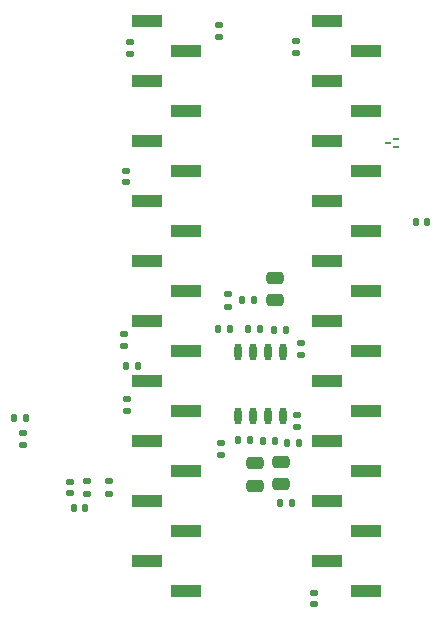
<source format=gbr>
%TF.GenerationSoftware,KiCad,Pcbnew,7.0.7*%
%TF.CreationDate,2023-10-11T19:32:33-04:00*%
%TF.ProjectId,DaisySeedBreakout,44616973-7953-4656-9564-427265616b6f,rev?*%
%TF.SameCoordinates,Original*%
%TF.FileFunction,Paste,Top*%
%TF.FilePolarity,Positive*%
%FSLAX46Y46*%
G04 Gerber Fmt 4.6, Leading zero omitted, Abs format (unit mm)*
G04 Created by KiCad (PCBNEW 7.0.7) date 2023-10-11 19:32:33*
%MOMM*%
%LPD*%
G01*
G04 APERTURE LIST*
G04 Aperture macros list*
%AMRoundRect*
0 Rectangle with rounded corners*
0 $1 Rounding radius*
0 $2 $3 $4 $5 $6 $7 $8 $9 X,Y pos of 4 corners*
0 Add a 4 corners polygon primitive as box body*
4,1,4,$2,$3,$4,$5,$6,$7,$8,$9,$2,$3,0*
0 Add four circle primitives for the rounded corners*
1,1,$1+$1,$2,$3*
1,1,$1+$1,$4,$5*
1,1,$1+$1,$6,$7*
1,1,$1+$1,$8,$9*
0 Add four rect primitives between the rounded corners*
20,1,$1+$1,$2,$3,$4,$5,0*
20,1,$1+$1,$4,$5,$6,$7,0*
20,1,$1+$1,$6,$7,$8,$9,0*
20,1,$1+$1,$8,$9,$2,$3,0*%
G04 Aperture macros list end*
%ADD10R,0.606400X0.200000*%
%ADD11O,0.599999X1.450000*%
%ADD12RoundRect,0.140000X0.140000X0.170000X-0.140000X0.170000X-0.140000X-0.170000X0.140000X-0.170000X0*%
%ADD13RoundRect,0.135000X-0.135000X-0.185000X0.135000X-0.185000X0.135000X0.185000X-0.135000X0.185000X0*%
%ADD14RoundRect,0.140000X-0.170000X0.140000X-0.170000X-0.140000X0.170000X-0.140000X0.170000X0.140000X0*%
%ADD15R,2.510000X1.000000*%
%ADD16RoundRect,0.250000X0.475000X-0.250000X0.475000X0.250000X-0.475000X0.250000X-0.475000X-0.250000X0*%
%ADD17RoundRect,0.135000X-0.185000X0.135000X-0.185000X-0.135000X0.185000X-0.135000X0.185000X0.135000X0*%
%ADD18RoundRect,0.140000X0.170000X-0.140000X0.170000X0.140000X-0.170000X0.140000X-0.170000X-0.140000X0*%
%ADD19RoundRect,0.140000X-0.140000X-0.170000X0.140000X-0.170000X0.140000X0.170000X-0.140000X0.170000X0*%
%ADD20RoundRect,0.135000X0.185000X-0.135000X0.185000X0.135000X-0.185000X0.135000X-0.185000X-0.135000X0*%
%ADD21RoundRect,0.250000X-0.475000X0.250000X-0.475000X-0.250000X0.475000X-0.250000X0.475000X0.250000X0*%
%ADD22RoundRect,0.147500X0.172500X-0.147500X0.172500X0.147500X-0.172500X0.147500X-0.172500X-0.147500X0*%
%ADD23RoundRect,0.135000X0.135000X0.185000X-0.135000X0.185000X-0.135000X-0.185000X0.135000X-0.185000X0*%
G04 APERTURE END LIST*
D10*
%TO.C,U10*%
X157378400Y-44159398D03*
X157378400Y-43459400D03*
X156638600Y-43809399D03*
%TD*%
D11*
%TO.C,U7*%
X143979700Y-66916701D03*
X145249700Y-66916701D03*
X146519700Y-66916701D03*
X147789700Y-66916701D03*
X147789700Y-61466702D03*
X146519700Y-61466702D03*
X145249700Y-61466702D03*
X143979700Y-61466702D03*
%TD*%
D12*
%TO.C,C7*%
X131036000Y-74676000D03*
X130076000Y-74676000D03*
%TD*%
D13*
%TO.C,R21*%
X147544600Y-74244200D03*
X148564600Y-74244200D03*
%TD*%
D14*
%TO.C,C6*%
X134340600Y-59972000D03*
X134340600Y-60932000D03*
%TD*%
D15*
%TO.C,A1*%
X136253581Y-33448804D03*
X139563581Y-35988804D03*
X136253581Y-38528804D03*
X139563581Y-41068804D03*
X136253581Y-43608804D03*
X139563581Y-46148804D03*
X136253581Y-48688804D03*
X139563581Y-51228804D03*
X136253581Y-53768804D03*
X139563581Y-56308804D03*
X136253581Y-58848804D03*
X139563581Y-61388804D03*
X136253581Y-63928804D03*
X139563581Y-66468804D03*
X136253581Y-69008804D03*
X139563581Y-71548804D03*
X136253581Y-74088804D03*
X139563581Y-76628804D03*
X136253581Y-79168804D03*
X139563581Y-81708804D03*
X154803603Y-81708605D03*
X151493603Y-79168605D03*
X154803603Y-76628605D03*
X151493603Y-74088605D03*
X154803603Y-71548605D03*
X151493603Y-69008605D03*
X154803603Y-66468605D03*
X151493603Y-63928605D03*
X154803603Y-61388605D03*
X151493603Y-58848605D03*
X154803603Y-56308605D03*
X151493603Y-53768605D03*
X154803603Y-51228605D03*
X151493603Y-48688605D03*
X154803603Y-46148605D03*
X151493603Y-43608605D03*
X154803603Y-41068605D03*
X151493603Y-38528605D03*
X154803603Y-35988605D03*
X151493603Y-33448605D03*
%TD*%
D13*
%TO.C,R23*%
X148115900Y-69181100D03*
X149135900Y-69181100D03*
%TD*%
D12*
%TO.C,C14*%
X143251200Y-59503700D03*
X142291200Y-59503700D03*
%TD*%
D13*
%TO.C,R61*%
X146033100Y-68977900D03*
X147053100Y-68977900D03*
%TD*%
D16*
%TO.C,C13*%
X145390952Y-72797867D03*
X145390952Y-70897867D03*
%TD*%
D17*
%TO.C,R31*%
X148930700Y-66791500D03*
X148930700Y-67811500D03*
%TD*%
D13*
%TO.C,R22*%
X147000300Y-59579900D03*
X148020300Y-59579900D03*
%TD*%
D18*
%TO.C,C3*%
X148829100Y-36133100D03*
X148829100Y-35173100D03*
%TD*%
D14*
%TO.C,C8*%
X134848600Y-35257800D03*
X134848600Y-36217800D03*
%TD*%
%TO.C,C2*%
X134467600Y-47089000D03*
X134467600Y-46129000D03*
%TD*%
D19*
%TO.C,C10*%
X159029400Y-50444400D03*
X159989400Y-50444400D03*
%TD*%
D20*
%TO.C,R52*%
X125730000Y-69344000D03*
X125730000Y-68324000D03*
%TD*%
D21*
%TO.C,C16*%
X147066000Y-55184000D03*
X147066000Y-57084000D03*
%TD*%
D16*
%TO.C,C15*%
X147575352Y-72696267D03*
X147575352Y-70796267D03*
%TD*%
D20*
%TO.C,R60*%
X149286300Y-61766300D03*
X149286300Y-60746300D03*
%TD*%
D13*
%TO.C,R56*%
X143950300Y-68927100D03*
X144970300Y-68927100D03*
%TD*%
%TO.C,R59*%
X144813900Y-59529100D03*
X145833900Y-59529100D03*
%TD*%
D20*
%TO.C,R33*%
X142519800Y-70201100D03*
X142519800Y-69181100D03*
%TD*%
D13*
%TO.C,R30*%
X144255100Y-57090700D03*
X145275100Y-57090700D03*
%TD*%
D17*
%TO.C,R32*%
X143104000Y-56608100D03*
X143104000Y-57628100D03*
%TD*%
D22*
%TO.C,D1*%
X129768600Y-73424300D03*
X129768600Y-72454300D03*
%TD*%
D23*
%TO.C,R53*%
X125988000Y-67056000D03*
X124968000Y-67056000D03*
%TD*%
D20*
%TO.C,R6*%
X134543800Y-66448400D03*
X134543800Y-65428400D03*
%TD*%
D17*
%TO.C,R55*%
X133019800Y-72438800D03*
X133019800Y-73458800D03*
%TD*%
D14*
%TO.C,C9*%
X150368000Y-81844000D03*
X150368000Y-82804000D03*
%TD*%
D23*
%TO.C,R11*%
X135511000Y-62661800D03*
X134491000Y-62661800D03*
%TD*%
D17*
%TO.C,R62*%
X142341600Y-33756600D03*
X142341600Y-34776600D03*
%TD*%
D20*
%TO.C,R54*%
X131140200Y-72438800D03*
X131140200Y-73458800D03*
%TD*%
M02*

</source>
